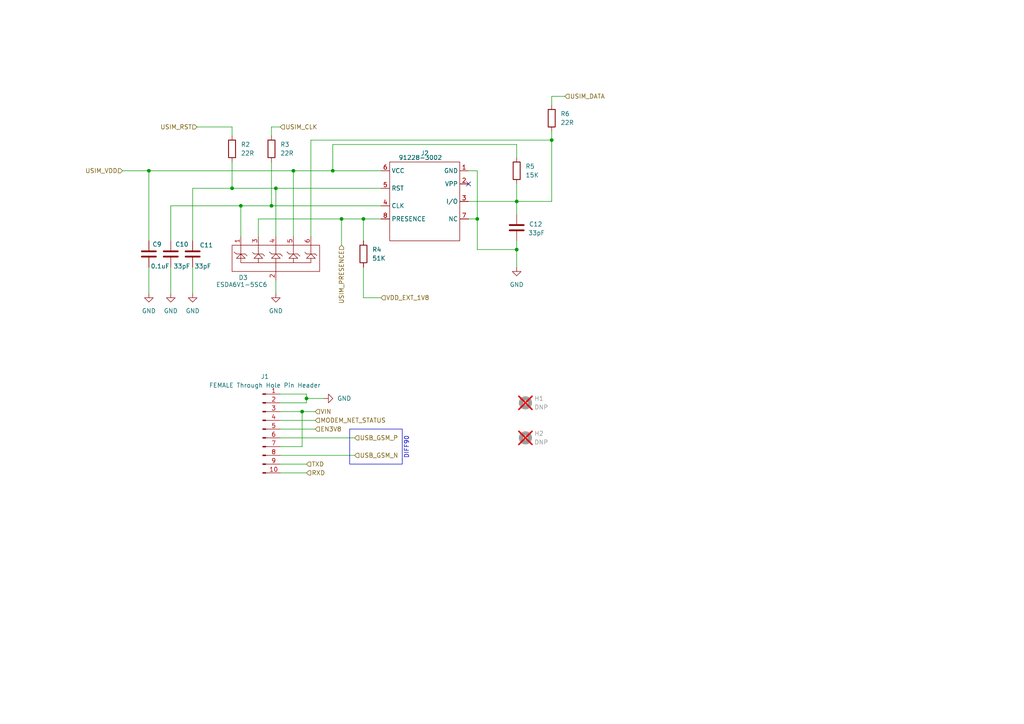
<source format=kicad_sch>
(kicad_sch (version 20231120) (generator "eeschema") (generator_version "8.0")
  (paper "A4")
  (lib_symbols
    (symbol "Connector:Conn_01x10_Pin" (pin_names (offset 1.016) hide)
      (property "Reference" "J" (at 0 12.7 0))
      (property "Value" "Conn_01x10_Pin" (at 0 -15.24 0))
      (symbol "Conn_01x10_Pin_1_1"
        (polyline (pts (xy 1.27 -12.7) (xy 0.8636 -12.7)) (stroke (width 0.1524)))
        (polyline (pts (xy 1.27 -10.16) (xy 0.8636 -10.16)) (stroke (width 0.1524)))
        (polyline (pts (xy 1.27 -7.62) (xy 0.8636 -7.62)) (stroke (width 0.1524)))
        (polyline (pts (xy 1.27 -5.08) (xy 0.8636 -5.08)) (stroke (width 0.1524)))
        (polyline (pts (xy 1.27 -2.54) (xy 0.8636 -2.54)) (stroke (width 0.1524)))
        (polyline (pts (xy 1.27 0) (xy 0.8636 0)) (stroke (width 0.1524)))
        (polyline (pts (xy 1.27 2.54) (xy 0.8636 2.54)) (stroke (width 0.1524)))
        (polyline (pts (xy 1.27 5.08) (xy 0.8636 5.08)) (stroke (width 0.1524)))
        (polyline (pts (xy 1.27 7.62) (xy 0.8636 7.62)) (stroke (width 0.1524)))
        (polyline (pts (xy 1.27 10.16) (xy 0.8636 10.16)) (stroke (width 0.1524)))
        (rectangle (start 0.8636 -12.573) (end 0 -12.827) (stroke (width 0.1524)) (fill (type outline)))
        (rectangle (start 0.8636 -10.033) (end 0 -10.287) (stroke (width 0.1524)) (fill (type outline)))
        (rectangle (start 0.8636 -7.493) (end 0 -7.747) (stroke (width 0.1524)) (fill (type outline)))
        (rectangle (start 0.8636 -4.953) (end 0 -5.207) (stroke (width 0.1524)) (fill (type outline)))
        (rectangle (start 0.8636 -2.413) (end 0 -2.667) (stroke (width 0.1524)) (fill (type outline)))
        (rectangle (start 0.8636 0.127) (end 0 -0.127) (stroke (width 0.1524)) (fill (type outline)))
        (rectangle (start 0.8636 2.667) (end 0 2.413) (stroke (width 0.1524)) (fill (type outline)))
        (rectangle (start 0.8636 5.207) (end 0 4.953) (stroke (width 0.1524)) (fill (type outline)))
        (rectangle (start 0.8636 7.747) (end 0 7.493) (stroke (width 0.1524)) (fill (type outline)))
        (rectangle (start 0.8636 10.287) (end 0 10.033) (stroke (width 0.1524)) (fill (type outline)))
        (pin passive line (at 5.08 10.16 180) (length 3.81) (name "Pin_1") (number "1"))
        (pin passive line (at 5.08 -12.7 180) (length 3.81) (name "Pin_10") (number "10"))
        (pin passive line (at 5.08 7.62 180) (length 3.81) (name "Pin_2") (number "2"))
        (pin passive line (at 5.08 5.08 180) (length 3.81) (name "Pin_3") (number "3"))
        (pin passive line (at 5.08 2.54 180) (length 3.81) (name "Pin_4") (number "4"))
        (pin passive line (at 5.08 0 180) (length 3.81) (name "Pin_5") (number "5"))
        (pin passive line (at 5.08 -2.54 180) (length 3.81) (name "Pin_6") (number "6"))
        (pin passive line (at 5.08 -5.08 180) (length 3.81) (name "Pin_7") (number "7"))
        (pin passive line (at 5.08 -7.62 180) (length 3.81) (name "Pin_8") (number "8"))
        (pin passive line (at 5.08 -10.16 180) (length 3.81) (name "Pin_9") (number "9"))
      )
    )
    (symbol "Device:C" (pin_numbers hide) (pin_names (offset 0.254))
      (property "Reference" "C" (at 0.635 2.54 0))
      (property "Value" "C" (at 0.635 -2.54 0))
      (symbol "C_0_1"
        (polyline (pts (xy -2.032 -0.762) (xy 2.032 -0.762)) (stroke (width 0.508)))
        (polyline (pts (xy -2.032 0.762) (xy 2.032 0.762)) (stroke (width 0.508)))
      )
      (symbol "C_1_1"
        (pin passive line (at 0 3.81 270) (length 2.794) (name "~") (number "1"))
        (pin passive line (at 0 -3.81 90) (length 2.794) (name "~") (number "2"))
      )
    )
    (symbol "Device:R" (pin_numbers hide) (pin_names (offset 0))
      (property "Reference" "R" (at 2.032 0 90))
      (property "Value" "R" (at 0 0 90))
      (symbol "R_0_1"
        (rectangle (start -1.016 -2.54) (end 1.016 2.54) (stroke (width 0.254)))
      )
      (symbol "R_1_1"
        (pin passive line (at 0 3.81 270) (length 1.27) (name "~") (number "1"))
        (pin passive line (at 0 -3.81 90) (length 1.27) (name "~") (number "2"))
      )
    )
    (symbol "Mechanical:MountingHole" (pin_names (offset 1.016))
      (property "Reference" "H" (at 0 5.08 0))
      (property "Value" "MountingHole" (at 0 3.175 0))
      (symbol "MountingHole_0_1"
        (circle (center 0 0) (radius 1.27) (stroke (width 1.27)))
      )
    )
    (symbol "Symbol:91228-3002"
      (property "Reference" "J2" (at 1.27 1.27 0))
      (property "Value" "91228-3002" (at 0 0 0))
      (symbol "91228-3002_0_1"
        (rectangle (start -8.89 -1.27) (end 11.43 -24.13))
      )
      (symbol "91228-3002_1_1"
        (pin input line (at 13.97 -3.81 180) (length 2.54) (name "GND") (number "1"))
        (pin input line (at 13.97 -7.62 180) (length 2.54) (name "VPP") (number "2"))
        (pin input line (at 13.97 -12.7 180) (length 2.54) (name "I/O") (number "3"))
        (pin input line (at -11.43 -13.97 0) (length 2.54) (name "CLK") (number "4"))
        (pin input line (at -11.43 -8.89 0) (length 2.54) (name "RST") (number "5"))
        (pin input line (at -11.43 -3.81 0) (length 2.54) (name "VCC") (number "6"))
        (pin input line (at 13.97 -17.78 180) (length 2.54) (name "NC") (number "7"))
        (pin input line (at -11.43 -17.78 0) (length 2.54) (name "PRESENCE") (number "8"))
      )
    )
    (symbol "Symbol:ESDA6V1-5SC6"
      (property "Reference" "D" (at -13.462 0 0))
      (symbol "ESDA6V1-5SC6_0_1"
        (rectangle (start -12.7 -1.27) (end 12.7 -8.89))
        (polyline (pts (xy -11.43 -3.81) (xy -12.1452 -3.2601)))
        (polyline (pts (xy -10.16 -5.08) (xy -10.16 -1.27)))
        (polyline (pts (xy -5.08 -3.81) (xy -5.08 -1.27)))
        (polyline (pts (xy -1.27 -3.81) (xy -1.8681 -3.2081)))
        (polyline (pts (xy 0 -7.62) (xy 0 -8.89)))
        (polyline (pts (xy 0 -3.81) (xy 0 -1.27)))
        (polyline (pts (xy 1.27 -3.81) (xy 1.8936 -4.4369)))
        (polyline (pts (xy 3.81 -3.81) (xy 3.1963 -3.1969)))
        (polyline (pts (xy 5.08 -1.27) (xy 5.08 -3.81)))
        (polyline (pts (xy 6.35 -3.81) (xy 6.9747 -4.4341)))
        (polyline (pts (xy 8.89 -3.81) (xy 8.3884 -3.3047)))
        (polyline (pts (xy 10.16 -3.81) (xy 8.89 -3.81)))
        (polyline (pts (xy 10.16 -3.81) (xy 10.16 -1.27)))
        (polyline (pts (xy 10.16 -3.81) (xy 11.43 -3.81)))
        (polyline (pts (xy 11.43 -3.81) (xy 11.8956 -4.2806)))
        (polyline (pts (xy -5.08 -3.81) (xy -3.81 -3.81) (xy -3.2724 -4.4118)))
        (polyline (pts (xy 0 -6.35) (xy 5.08 -6.35) (xy 5.08 -5.08)))
        (polyline (pts (xy 0 -3.81) (xy -1.27 -3.81) (xy 1.27 -3.81)))
        (polyline (pts (xy 3.81 -5.08) (xy 5.08 -5.08) (xy 6.35 -5.08)))
        (polyline (pts (xy 5.08 -6.35) (xy 10.16 -6.35) (xy 10.16 -5.08)))
        (polyline (pts (xy 5.08 -3.81) (xy 3.81 -3.81) (xy 6.35 -3.81)))
        (polyline (pts (xy 10.16 -5.08) (xy 8.89 -5.08) (xy 11.43 -5.08)))
        (polyline (pts (xy 11.43 -5.08) (xy 10.16 -3.81) (xy 8.89 -5.08)))
        (polyline (pts (xy 5.08 -3.81) (xy 3.81 -5.08) (xy 5.08 -3.81) (xy 6.35 -5.08) (xy 5.08 -3.81)))
        (polyline (pts (xy 0 -6.35) (xy 0 -5.08) (xy -1.27 -5.08) (xy 1.27 -5.08) (xy 0 -3.81) (xy -1.27 -5.08) (xy 0 -3.81)))
        (polyline (pts (xy -5.08 -6.35) (xy -5.08 -5.08) (xy -6.35 -5.08) (xy -3.81 -5.08) (xy -5.08 -3.81) (xy -6.35 -5.08) (xy -5.08 -3.81) (xy -6.35 -3.81) (xy -6.7834 -3.3585)))
        (polyline (pts (xy 0 -7.62) (xy 0 -6.35) (xy -10.16 -6.35) (xy -10.16 -5.08) (xy -11.43 -5.08) (xy -8.89 -5.08) (xy -10.16 -3.81) (xy -11.43 -5.08) (xy -10.16 -3.81) (xy -11.43 -3.81) (xy -8.89 -3.81) (xy -8.3566 -4.3562) (xy -8.3481 -4.3747)))
      )
      (symbol "ESDA6V1-5SC6_1_1"
        (pin input line (at -10.16 1.27 270) (length 2.54) (name "") (number "1"))
        (pin input line (at 0 -11.43 90) (length 2.54) (name "") (number "2"))
        (pin input line (at -5.08 1.27 270) (length 2.54) (name "") (number "3"))
        (pin input line (at 0 1.27 270) (length 2.54) (name "") (number "4"))
        (pin input line (at 5.08 1.27 270) (length 2.54) (name "") (number "5"))
        (pin input line (at 10.16 1.27 270) (length 2.54) (name "") (number "6"))
      )
    )
    (symbol "power:GND" (power) (pin_names (offset 0))
      (property "Value" "GND" (at 0 -3.81 0))
      (symbol "GND_0_1"
        (polyline (pts (xy 0 0) (xy 0 -1.27) (xy 1.27 -1.27) (xy 0 -2.54) (xy -1.27 -1.27) (xy 0 -1.27)))
      )
      (symbol "GND_1_1"
        (pin power_in line (at 0 0 270) (length 0) hide (name "GND") (number "1"))
      )
    )
  )
  (junction (at 78.74 59.69))
  (junction (at 160.02 40.64))
  (junction (at 149.86 72.39))
  (junction (at 88.9 115.57))
  (junction (at 85.09 49.53))
  (junction (at 149.86 58.42))
  (junction (at 105.41 63.5))
  (junction (at 138.43 63.5))
  (junction (at 69.85 59.69))
  (junction (at 99.06 63.5))
  (junction (at 43.18 49.53))
  (junction (at 87.63 119.38))
  (junction (at 80.01 54.61))
  (junction (at 67.31 54.61))
  (junction (at 96.52 49.53))
  (no_connect (at 135.89 53.34))
  (wire (pts (xy 149.86 72.39) (xy 138.43 72.39)))
  (wire (pts (xy 57.15 36.83) (xy 67.31 36.83)))
  (wire (pts (xy 81.28 119.38) (xy 87.63 119.38)))
  (wire (pts (xy 87.63 119.38) (xy 91.44 119.38)))
  (wire (pts (xy 85.09 49.53) (xy 85.09 68.58)))
  (wire (pts (xy 87.63 129.54) (xy 87.63 119.38)))
  (wire (pts (xy 135.89 58.42) (xy 149.86 58.42)))
  (wire (pts (xy 88.9 116.84) (xy 88.9 115.57)))
  (wire (pts (xy 67.31 46.99) (xy 67.31 54.61)))
  (wire (pts (xy 80.01 54.61) (xy 110.49 54.61)))
  (wire (pts (xy 78.74 46.99) (xy 78.74 59.69)))
  (wire (pts (xy 149.86 58.42) (xy 149.86 53.34)))
  (wire (pts (xy 149.86 45.72) (xy 149.86 41.91)))
  (wire (pts (xy 81.28 124.46) (xy 91.44 124.46)))
  (wire (pts (xy 96.52 49.53) (xy 110.49 49.53)))
  (wire (pts (xy 49.53 59.69) (xy 69.85 59.69)))
  (wire (pts (xy 138.43 63.5) (xy 135.89 63.5)))
  (wire (pts (xy 81.28 132.08) (xy 102.87 132.08)))
  (wire (pts (xy 160.02 40.64) (xy 160.02 58.42)))
  (wire (pts (xy 80.01 81.28) (xy 80.01 85.09)))
  (wire (pts (xy 81.28 114.3) (xy 88.9 114.3)))
  (wire (pts (xy 135.89 49.53) (xy 138.43 49.53)))
  (wire (pts (xy 80.01 54.61) (xy 80.01 68.58)))
  (wire (pts (xy 43.18 49.53) (xy 85.09 49.53)))
  (wire (pts (xy 99.06 63.5) (xy 99.06 71.12)))
  (wire (pts (xy 69.85 59.69) (xy 78.74 59.69)))
  (wire (pts (xy 55.88 54.61) (xy 67.31 54.61)))
  (wire (pts (xy 81.28 36.83) (xy 78.74 36.83)))
  (wire (pts (xy 81.28 121.92) (xy 91.44 121.92)))
  (wire (pts (xy 149.86 69.85) (xy 149.86 72.39)))
  (wire (pts (xy 110.49 86.36) (xy 105.41 86.36)))
  (wire (pts (xy 99.06 63.5) (xy 105.41 63.5)))
  (wire (pts (xy 67.31 36.83) (xy 67.31 39.37)))
  (wire (pts (xy 55.88 69.85) (xy 55.88 54.61)))
  (wire (pts (xy 78.74 36.83) (xy 78.74 39.37)))
  (wire (pts (xy 74.93 68.58) (xy 74.93 63.5)))
  (wire (pts (xy 105.41 77.47) (xy 105.41 86.36)))
  (wire (pts (xy 69.85 59.69) (xy 69.85 68.58)))
  (wire (pts (xy 78.74 59.69) (xy 110.49 59.69)))
  (wire (pts (xy 55.88 77.47) (xy 55.88 85.09)))
  (wire (pts (xy 90.17 68.58) (xy 90.17 40.64)))
  (wire (pts (xy 149.86 58.42) (xy 160.02 58.42)))
  (wire (pts (xy 43.18 49.53) (xy 43.18 69.85)))
  (wire (pts (xy 49.53 77.47) (xy 49.53 85.09)))
  (wire (pts (xy 85.09 49.53) (xy 96.52 49.53)))
  (wire (pts (xy 163.83 27.94) (xy 160.02 27.94)))
  (wire (pts (xy 96.52 41.91) (xy 96.52 49.53)))
  (wire (pts (xy 81.28 129.54) (xy 87.63 129.54)))
  (wire (pts (xy 88.9 115.57) (xy 93.98 115.57)))
  (wire (pts (xy 160.02 27.94) (xy 160.02 30.48)))
  (wire (pts (xy 138.43 72.39) (xy 138.43 63.5)))
  (wire (pts (xy 105.41 63.5) (xy 110.49 63.5)))
  (wire (pts (xy 49.53 69.85) (xy 49.53 59.69)))
  (wire (pts (xy 105.41 69.85) (xy 105.41 63.5)))
  (wire (pts (xy 81.28 116.84) (xy 88.9 116.84)))
  (wire (pts (xy 81.28 134.62) (xy 88.9 134.62)))
  (wire (pts (xy 149.86 72.39) (xy 149.86 77.47)))
  (wire (pts (xy 160.02 38.1) (xy 160.02 40.64)))
  (wire (pts (xy 81.28 127) (xy 102.87 127)))
  (wire (pts (xy 90.17 40.64) (xy 160.02 40.64)))
  (wire (pts (xy 67.31 54.61) (xy 80.01 54.61)))
  (wire (pts (xy 149.86 41.91) (xy 96.52 41.91)))
  (wire (pts (xy 74.93 63.5) (xy 99.06 63.5)))
  (wire (pts (xy 149.86 58.42) (xy 149.86 62.23)))
  (wire (pts (xy 88.9 114.3) (xy 88.9 115.57)))
  (wire (pts (xy 81.28 137.16) (xy 88.9 137.16)))
  (wire (pts (xy 35.56 49.53) (xy 43.18 49.53)))
  (wire (pts (xy 138.43 49.53) (xy 138.43 63.5)))
  (wire (pts (xy 43.18 77.47) (xy 43.18 85.09)))
  (rectangle (start 101.4271 124.4497) (end 116.6671 134.6097))
  (text "DIFF90\n" (at 117.9371 129.7837 90) (effects (font (size 1.27 1.27))))
  (hierarchical_label "VDD_EXT_1V8" (shape input) (at 110.49 86.36 0))
  (hierarchical_label "USIM_PRESENCE" (shape input) (at 99.06 71.12 270))
  (hierarchical_label "USIM_VDD" (shape input) (at 35.56 49.53 180))
  (hierarchical_label "MODEM_NET_STATUS" (shape input) (at 91.44 121.92 0))
  (hierarchical_label "USB_GSM_N" (shape input) (at 102.87 132.08 0))
  (hierarchical_label "USIM_CLK" (shape input) (at 81.28 36.83 0))
  (hierarchical_label "USIM_DATA" (shape input) (at 163.83 27.94 0))
  (hierarchical_label "VIN" (shape input) (at 91.44 119.38 0))
  (hierarchical_label "USB_GSM_P" (shape input) (at 102.87 127 0))
  (hierarchical_label "EN3V8" (shape input) (at 91.44 124.46 0))
  (hierarchical_label "RXD" (shape input) (at 88.9 137.16 0))
  (hierarchical_label "USIM_RST" (shape input) (at 57.15 36.83 180))
  (hierarchical_label "TXD" (shape input) (at 88.9 134.62 0))
  (symbol (lib_id "power:GND") (at 80.01 85.09 0) (unit 1)
    (property "Reference" "#PWR01" (effects (hide yes)))
    (property "Value" "GND" (at 80.01 90.17 0))
    (property "Description" "Power symbol creates a global label with name \"GND\" , ground" (effects (hide yes)))
  )
  (symbol (lib_id "Device:R") (at 149.86 49.53 0) (unit 1)
    (property "Reference" "R5" (at 152.4 48.2599 0) (effects (justify left)))
    (property "Value" "15K" (at 152.4 50.7999 0) (effects (justify left)))
    (property "Footprint" "Resistor_SMD:R_0603_1608Metric" (effects (hide yes)))
    (property "Description" "Resistor" (effects (hide yes)))
  )
  (symbol (lib_id "power:GND") (at 93.98 115.57 90) (unit 1)
    (property "Reference" "#PWR026" (effects (hide yes)))
    (property "Value" "GND" (at 97.79 115.5699 90) (effects (justify right)))
    (property "Description" "Power symbol creates a global label with name \"GND\" , ground" (effects (hide yes)))
  )
  (symbol (lib_id "Mechanical:MountingHole") (at 152.4 116.84 0) (unit 1) (dnp yes)
    (property "Reference" "H1" (at 154.94 115.5699 0) (effects (justify left)))
    (property "Value" "DNP" (at 154.94 118.1099 0) (effects (justify left)))
    (property "Footprint" "footprint:Screw_Terminal_1x1" (effects (hide yes)))
    (property "Description" "Mounting Hole without connection" (effects (hide yes)))
  )
  (symbol (lib_id "Device:R") (at 160.02 34.29 0) (unit 1)
    (property "Reference" "R6" (at 162.56 33.0199 0) (effects (justify left)))
    (property "Value" "22R" (at 162.56 35.5599 0) (effects (justify left)))
    (property "Footprint" "Resistor_SMD:R_0603_1608Metric" (effects (hide yes)))
    (property "Description" "Resistor" (effects (hide yes)))
  )
  (symbol (lib_id "power:GND") (at 55.88 85.09 0) (unit 1)
    (property "Reference" "#PWR02" (effects (hide yes)))
    (property "Value" "GND" (at 55.88 90.17 0))
    (property "Description" "Power symbol creates a global label with name \"GND\" , ground" (effects (hide yes)))
  )
  (symbol (lib_id "Device:C") (at 149.86 66.04 0) (unit 1)
    (property "Reference" "C12" (at 153.416 65.024 0) (effects (justify left)))
    (property "Value" "33pF" (at 153.162 67.564 0) (effects (justify left)))
    (property "Footprint" "Capacitor_SMD:C_0603_1608Metric" (effects (hide yes)))
    (property "Description" "Unpolarized capacitor" (effects (hide yes)))
  )
  (symbol (lib_id "Device:C") (at 49.53 73.66 0) (unit 1)
    (property "Reference" "C10" (at 50.8 70.866 0) (effects (justify left)))
    (property "Value" "33pF" (at 50.292 77.216 0) (effects (justify left)))
    (property "Footprint" "Capacitor_SMD:C_0603_1608Metric" (effects (hide yes)))
    (property "Description" "Unpolarized capacitor" (effects (hide yes)))
  )
  (symbol (lib_id "Device:R") (at 78.74 43.18 0) (unit 1)
    (property "Reference" "R3" (at 81.28 41.9099 0) (effects (justify left)))
    (property "Value" "22R" (at 81.28 44.4499 0) (effects (justify left)))
    (property "Footprint" "Resistor_SMD:R_0603_1608Metric" (effects (hide yes)))
    (property "Description" "Resistor" (effects (hide yes)))
  )
  (symbol (lib_id "Device:C") (at 55.88 73.66 0) (unit 1)
    (property "Reference" "C11" (at 57.912 71.12 0) (effects (justify left)))
    (property "Value" "33pF" (at 56.388 77.216 0) (effects (justify left)))
    (property "Footprint" "Capacitor_SMD:C_0603_1608Metric" (effects (hide yes)))
    (property "Description" "Unpolarized capacitor" (effects (hide yes)))
  )
  (symbol (lib_id "Symbol:91228-3002") (at 121.92 45.72 0) (unit 1)
    (property "Reference" "J2" (at 123.19 44.45 0))
    (property "Value" "91228-3002" (at 121.92 45.72 0))
    (property "Footprint" "KiCad:912283002" (effects (hide yes)))
    (property "Description" "6 Position Card Connector SIM Card Surface Mount, Right Angle Gold" (effects (hide yes)))
    (property "MPN" "91228-3002" (effects (hide yes)))
  )
  (symbol (lib_id "Device:R") (at 67.31 43.18 0) (unit 1)
    (property "Reference" "R2" (at 69.85 41.9099 0) (effects (justify left)))
    (property "Value" "22R" (at 69.85 44.4499 0) (effects (justify left)))
    (property "Footprint" "Resistor_SMD:R_0603_1608Metric" (effects (hide yes)))
    (property "Description" "Resistor" (effects (hide yes)))
  )
  (symbol (lib_id "Mechanical:MountingHole") (at 152.4 127 0) (unit 1) (dnp yes)
    (property "Reference" "H2" (at 154.94 125.7299 0) (effects (justify left)))
    (property "Value" "DNP" (at 154.94 128.2699 0) (effects (justify left)))
    (property "Footprint" "footprint:Screw_Terminal_1x1" (effects (hide yes)))
    (property "Description" "Mounting Hole without connection" (effects (hide yes)))
  )
  (symbol (lib_id "Device:R") (at 105.41 73.66 0) (unit 1)
    (property "Reference" "R4" (at 107.95 72.3899 0) (effects (justify left)))
    (property "Value" "51K" (at 107.95 74.9299 0) (effects (justify left)))
    (property "Footprint" "Resistor_SMD:R_0603_1608Metric" (effects (hide yes)))
    (property "Description" "Resistor" (effects (hide yes)))
  )
  (symbol (lib_id "Symbol:ESDA6V1-5SC6") (at 80.01 69.85 0) (unit 1)
    (property "Reference" "D3" (at 71.882 80.518 0) (effects (justify right)))
    (property "Value" "ESDA6V1-5SC6" (at 70.104 82.55 0))
    (property "Footprint" "Library:ESDA6V1-5SC6" (effects (hide yes)))
    (property "Datasheet" "https://datasheet.lcsc.com/lcsc/2205090916_TECH-PUBLIC-ESDA6V1-5SC6_C2827672.pdf" (effects (hide yes)))
    (property "Description" "SOT-23-6 Electrostatic and Surge Protection (TVS/ESD) ROHS" (effects (hide yes)))
    (property "MPN" "ESDA6V1-5SC6" (effects (hide yes)))
  )
  (symbol (lib_id "power:GND") (at 149.86 77.47 0) (unit 1)
    (property "Reference" "#PWR05" (effects (hide yes)))
    (property "Value" "GND" (at 149.86 82.55 0))
    (property "Description" "Power symbol creates a global label with name \"GND\" , ground" (effects (hide yes)))
  )
  (symbol (lib_id "power:GND") (at 43.18 85.09 0) (unit 1)
    (property "Reference" "#PWR04" (effects (hide yes)))
    (property "Value" "GND" (at 43.18 90.17 0))
    (property "Description" "Power symbol creates a global label with name \"GND\" , ground" (effects (hide yes)))
  )
  (symbol (lib_id "Connector:Conn_01x10_Pin") (at 76.2 124.46 0) (unit 1)
    (property "Reference" "J1" (at 76.835 109.22 0))
    (property "Value" "FEMALE Through Hole Pin Header" (at 76.835 111.76 0))
    (property "Footprint" "Connector_PinHeader_2.00mm:PinHeader_2x05_P2.00mm_Vertical" (effects (hide yes)))
    (property "Description" "Generic connector, single row, 01x10, script generated" (effects (hide yes)))
  )
  (symbol (lib_id "power:GND") (at 49.53 85.09 0) (unit 1)
    (property "Reference" "#PWR03" (effects (hide yes)))
    (property "Value" "GND" (at 49.53 90.17 0))
    (property "Description" "Power symbol creates a global label with name \"GND\" , ground" (effects (hide yes)))
  )
  (symbol (lib_id "Device:C") (at 43.18 73.66 0) (unit 1)
    (property "Reference" "C9" (at 44.196 70.866 0) (effects (justify left)))
    (property "Value" "0.1uF" (at 43.688 77.216 0) (effects (justify left)))
    (property "Footprint" "Capacitor_SMD:C_0603_1608Metric" (effects (hide yes)))
    (property "Description" "Unpolarized capacitor" (effects (hide yes)))
  )
)
</source>
